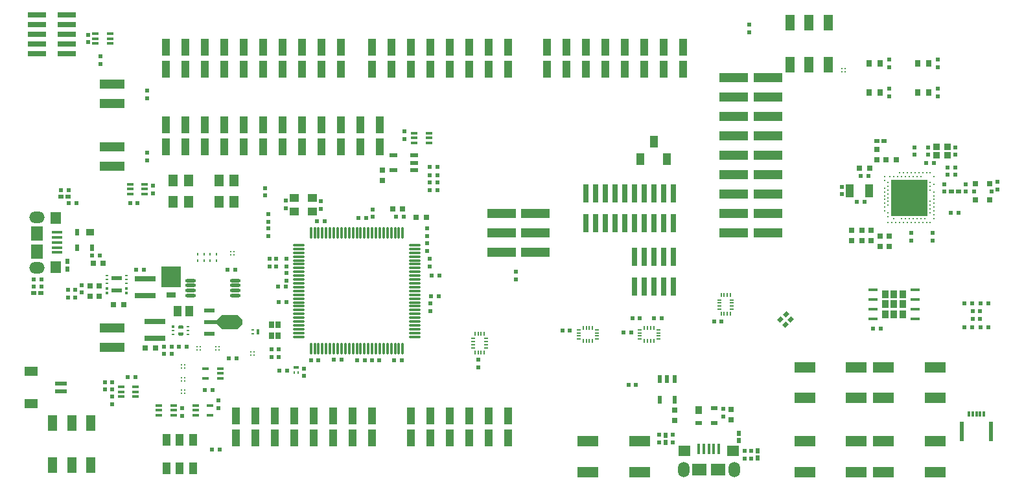
<source format=gtp>
G04 Layer_Color=8421504*
%FSLAX24Y24*%
%MOIN*%
G70*
G01*
G75*
%ADD14R,0.1909X0.1909*%
%ADD15R,0.0157X0.0532*%
%ADD16R,0.0748X0.0610*%
%ADD17R,0.0630X0.0551*%
%ADD18R,0.0472X0.0630*%
%ADD19R,0.0236X0.0217*%
G04:AMPARAMS|DCode=21|XSize=21.7mil|YSize=23.6mil|CornerRadius=0mil|HoleSize=0mil|Usage=FLASHONLY|Rotation=315.000|XOffset=0mil|YOffset=0mil|HoleType=Round|Shape=Rectangle|*
%AMROTATEDRECTD21*
4,1,4,-0.0160,-0.0007,0.0007,0.0160,0.0160,0.0007,-0.0007,-0.0160,-0.0160,-0.0007,0.0*
%
%ADD21ROTATEDRECTD21*%

%ADD22R,0.0315X0.0295*%
%ADD23R,0.0197X0.0236*%
%ADD25R,0.0098X0.0142*%
%ADD26R,0.0551X0.0236*%
%ADD27R,0.0669X0.0236*%
%ADD31R,0.0217X0.0236*%
%ADD32R,0.0354X0.0138*%
%ADD33R,0.0433X0.0551*%
%ADD34R,0.0295X0.0315*%
%ADD35R,0.0236X0.0197*%
%ADD36R,0.0315X0.0295*%
%ADD37R,0.0228X0.0197*%
%ADD38R,0.0256X0.0197*%
%ADD39R,0.0374X0.0335*%
%ADD40R,0.0157X0.0276*%
%ADD41R,0.0157X0.0098*%
%ADD43R,0.0532X0.0157*%
%ADD44R,0.0551X0.0630*%
%ADD45R,0.0610X0.0748*%
%ADD46O,0.0650X0.0118*%
%ADD47O,0.0118X0.0650*%
%ADD48R,0.0402X0.0862*%
%ADD49R,0.0472X0.0787*%
%ADD50R,0.0945X0.0299*%
%ADD51R,0.0299X0.0945*%
%ADD52R,0.0335X0.0236*%
%ADD53R,0.0335X0.0394*%
%ADD54R,0.0197X0.0256*%
%ADD55R,0.0138X0.0315*%
%ADD56R,0.0236X0.1024*%
%ADD57R,0.1083X0.0551*%
%ADD58R,0.0453X0.0177*%
%ADD62C,0.0098*%
%ADD63R,0.1000X0.1051*%
%ADD64R,0.0500X0.0300*%
%ADD65R,0.0394X0.0630*%
%ADD66R,0.1500X0.0500*%
%ADD67R,0.1252X0.0500*%
%ADD68R,0.0472X0.0433*%
%ADD69R,0.0256X0.0335*%
%ADD70R,0.1063X0.0315*%
%ADD71R,0.0394X0.0236*%
%ADD72O,0.0551X0.0177*%
%ADD73R,0.0236X0.0335*%
%ADD74R,0.0394X0.0335*%
%ADD75R,0.0610X0.0236*%
%ADD76R,0.0709X0.0472*%
%ADD77R,0.0394X0.0709*%
%ADD78R,0.0300X0.0320*%
%ADD79R,0.0236X0.0394*%
%ADD80R,0.0276X0.0157*%
%ADD81R,0.0098X0.0157*%
%ADD135O,0.0591X0.0787*%
%ADD136O,0.0787X0.0591*%
%ADD137R,0.0138X0.0098*%
%ADD138R,0.0138X0.0138*%
%ADD139R,0.0315X0.0118*%
%ADD140R,0.0197X0.0148*%
%ADD141R,0.0366X0.0445*%
%ADD142R,0.0138X0.0118*%
%ADD143R,0.0138X0.0098*%
%ADD144R,0.0551X0.0197*%
%ADD145C,0.0118*%
%ADD146R,0.0138X0.0059*%
%ADD147R,0.0138X0.0098*%
%ADD148R,0.0000X0.0236*%
%ADD149O,0.0240X0.0071*%
%ADD150O,0.0071X0.0240*%
%ADD151R,0.0108X0.0118*%
%ADD152R,0.0138X0.0059*%
G36*
X11334Y8518D02*
Y8282D01*
X11078Y8026D01*
X10291D01*
X10035Y8282D01*
Y8518D01*
X10291Y8774D01*
X11078D01*
X11334Y8518D01*
D02*
G37*
D14*
X45640Y14810D02*
D03*
D15*
X35326Y1854D02*
D03*
X35071D02*
D03*
X34815D02*
D03*
X35582D02*
D03*
X35838D02*
D03*
D16*
X34854Y800D02*
D03*
X35799D02*
D03*
D17*
X36586Y1765D02*
D03*
X34067D02*
D03*
D18*
X10925Y15711D02*
D03*
X10137D02*
D03*
X8563D02*
D03*
X10925Y14609D02*
D03*
X10137D02*
D03*
X7775D02*
D03*
X8563D02*
D03*
X7775Y15711D02*
D03*
D19*
X31787Y8580D02*
D03*
X31393D02*
D03*
X8073Y7120D02*
D03*
X8467Y7120D02*
D03*
X7697Y7120D02*
D03*
X7303D02*
D03*
X21377Y15600D02*
D03*
X20983D02*
D03*
X17627Y6440D02*
D03*
X17233D02*
D03*
X49705Y9370D02*
D03*
X49312D02*
D03*
X21483Y10800D02*
D03*
X21089D02*
D03*
X21377Y16390D02*
D03*
X20983D02*
D03*
X32503Y8580D02*
D03*
X32897D02*
D03*
X9783Y1820D02*
D03*
X10177D02*
D03*
X31587Y5150D02*
D03*
X31193Y5150D02*
D03*
X48885Y9370D02*
D03*
X48492D02*
D03*
X5563Y14540D02*
D03*
X5957D02*
D03*
X10653Y6540D02*
D03*
X11047Y6540D02*
D03*
X5453Y5570D02*
D03*
X5847D02*
D03*
X18387Y6440D02*
D03*
X17993D02*
D03*
X21377Y15960D02*
D03*
X20983D02*
D03*
X21377Y15180D02*
D03*
X20983D02*
D03*
X13637Y5880D02*
D03*
X13243D02*
D03*
X995Y10590D02*
D03*
X602D02*
D03*
D21*
X39271Y8260D02*
D03*
X39550Y8539D02*
D03*
X39017Y8515D02*
D03*
X39295Y8793D02*
D03*
D22*
X33560Y3856D02*
D03*
Y3324D02*
D03*
X43681Y13127D02*
D03*
Y12595D02*
D03*
X43967Y16769D02*
D03*
Y17300D02*
D03*
X42667Y13127D02*
D03*
Y12595D02*
D03*
X36466Y3375D02*
D03*
Y3906D02*
D03*
X43219Y13127D02*
D03*
Y12595D02*
D03*
X44144Y12841D02*
D03*
Y12310D02*
D03*
X44607Y12841D02*
D03*
Y12310D02*
D03*
X18530Y15694D02*
D03*
Y16226D02*
D03*
X3500Y9724D02*
D03*
Y10256D02*
D03*
X3970Y9724D02*
D03*
Y10256D02*
D03*
D23*
X32765Y2582D02*
D03*
Y2188D02*
D03*
X50187Y15631D02*
D03*
Y15238D02*
D03*
X45906Y17408D02*
D03*
Y17015D02*
D03*
X46831Y12989D02*
D03*
Y12595D02*
D03*
X48018Y17407D02*
D03*
Y17013D02*
D03*
X45738Y12989D02*
D03*
Y12595D02*
D03*
X46618Y17407D02*
D03*
Y17013D02*
D03*
X47432Y15509D02*
D03*
Y15115D02*
D03*
X13596Y10937D02*
D03*
Y10543D02*
D03*
X12726Y11657D02*
D03*
Y11263D02*
D03*
X13596Y11657D02*
D03*
Y11263D02*
D03*
X13566Y14667D02*
D03*
Y14273D02*
D03*
X23460Y6457D02*
D03*
Y6063D02*
D03*
X36076Y3543D02*
D03*
Y3937D02*
D03*
X37513Y1768D02*
D03*
Y1374D02*
D03*
X8250Y3573D02*
D03*
Y3967D02*
D03*
X10120Y4367D02*
D03*
Y3973D02*
D03*
X33463Y2587D02*
D03*
Y2193D02*
D03*
X15386Y14637D02*
D03*
Y14243D02*
D03*
X20836Y12467D02*
D03*
Y12073D02*
D03*
X20986Y11667D02*
D03*
Y11273D02*
D03*
X21016Y9357D02*
D03*
Y8963D02*
D03*
X18056Y14207D02*
D03*
Y13813D02*
D03*
X42184Y15374D02*
D03*
Y14980D02*
D03*
X48550Y15115D02*
D03*
Y15509D02*
D03*
X2380Y9663D02*
D03*
Y10057D02*
D03*
D25*
X10010Y11884D02*
D03*
Y11553D02*
D03*
X9370Y11884D02*
D03*
Y11553D02*
D03*
X9690Y11884D02*
D03*
Y11553D02*
D03*
X9050Y11884D02*
D03*
Y11553D02*
D03*
D26*
X9641Y8991D02*
D03*
Y7809D02*
D03*
D27*
X9700Y8400D02*
D03*
D31*
X6430Y20327D02*
D03*
Y19933D02*
D03*
X4630Y4557D02*
D03*
Y4163D02*
D03*
X25400Y10997D02*
D03*
Y10603D02*
D03*
X4050Y22087D02*
D03*
Y21693D02*
D03*
X13076Y11657D02*
D03*
Y11263D02*
D03*
X12660Y13214D02*
D03*
Y12820D02*
D03*
X12520Y15307D02*
D03*
Y14913D02*
D03*
X6740Y15427D02*
D03*
Y15033D02*
D03*
X48900Y8947D02*
D03*
Y8553D02*
D03*
X49290Y8947D02*
D03*
Y8553D02*
D03*
X44608Y21934D02*
D03*
Y21540D02*
D03*
X47098Y21934D02*
D03*
Y21540D02*
D03*
X44608Y20434D02*
D03*
Y20040D02*
D03*
X47118Y20434D02*
D03*
Y20040D02*
D03*
X37173Y1768D02*
D03*
Y1374D02*
D03*
X4289Y5307D02*
D03*
X4289Y4913D02*
D03*
X6430Y17136D02*
D03*
Y16742D02*
D03*
X4639Y5307D02*
D03*
Y4913D02*
D03*
X20836Y13237D02*
D03*
Y12843D02*
D03*
X12660Y13956D02*
D03*
Y13563D02*
D03*
X13203Y6987D02*
D03*
Y6593D02*
D03*
X12829Y6987D02*
D03*
Y6593D02*
D03*
X3410Y23207D02*
D03*
Y22813D02*
D03*
X37400Y23323D02*
D03*
Y23717D02*
D03*
X19683Y18217D02*
D03*
Y17823D02*
D03*
X14500Y5613D02*
D03*
Y6007D02*
D03*
X3090Y9913D02*
D03*
Y10307D02*
D03*
X2730Y10047D02*
D03*
Y9653D02*
D03*
D32*
X5854Y4810D02*
D03*
X5854Y5066D02*
D03*
Y4554D02*
D03*
X5106Y4554D02*
D03*
Y5066D02*
D03*
Y4810D02*
D03*
X8926Y4106D02*
D03*
Y3850D02*
D03*
Y3594D02*
D03*
X9674D02*
D03*
Y4106D02*
D03*
X7056Y4106D02*
D03*
Y3850D02*
D03*
Y3594D02*
D03*
X7804D02*
D03*
X7804Y3850D02*
D03*
X7804Y4106D02*
D03*
X5576Y15250D02*
D03*
Y14994D02*
D03*
Y15506D02*
D03*
X6324Y15250D02*
D03*
X6324Y14994D02*
D03*
Y15506D02*
D03*
X10204Y5494D02*
D03*
Y5750D02*
D03*
Y6006D02*
D03*
X9456D02*
D03*
Y5494D02*
D03*
X4534Y22754D02*
D03*
Y23010D02*
D03*
Y23266D02*
D03*
X3786D02*
D03*
Y23010D02*
D03*
Y22754D02*
D03*
X20927Y17624D02*
D03*
Y17880D02*
D03*
Y18136D02*
D03*
X20179D02*
D03*
X20179Y17880D02*
D03*
X20179Y17624D02*
D03*
D33*
X8605Y8970D02*
D03*
X8015D02*
D03*
D34*
X6886Y7070D02*
D03*
X6354Y7070D02*
D03*
X4192Y11440D02*
D03*
X3660D02*
D03*
X20816Y13810D02*
D03*
X20284D02*
D03*
X43622Y16317D02*
D03*
X43091D02*
D03*
X44981Y16769D02*
D03*
X44449D02*
D03*
X19592Y14230D02*
D03*
X19060D02*
D03*
X4694Y9280D02*
D03*
X5226D02*
D03*
D35*
X7707Y6760D02*
D03*
X7313D02*
D03*
X46910Y16601D02*
D03*
X46516D02*
D03*
X43331Y14587D02*
D03*
X42937D02*
D03*
X48002Y16355D02*
D03*
X47608D02*
D03*
X43538Y15927D02*
D03*
X43144D02*
D03*
X48160Y14023D02*
D03*
X47766D02*
D03*
X48002Y16011D02*
D03*
X47608D02*
D03*
X49697Y8137D02*
D03*
X49303D02*
D03*
X48877D02*
D03*
X48483D02*
D03*
X4013Y11840D02*
D03*
X3619D02*
D03*
X13613Y9420D02*
D03*
X13219D02*
D03*
X21443Y9740D02*
D03*
X21049D02*
D03*
X19527Y6430D02*
D03*
X19133D02*
D03*
X15253Y6440D02*
D03*
X14859D02*
D03*
X43773Y8050D02*
D03*
X44167D02*
D03*
X9797Y4880D02*
D03*
X9403D02*
D03*
X1999Y15197D02*
D03*
X2393D02*
D03*
X2817Y14520D02*
D03*
X2423D02*
D03*
X30953Y7860D02*
D03*
X31347D02*
D03*
X28187Y7950D02*
D03*
X27793D02*
D03*
X35593Y8430D02*
D03*
X35987D02*
D03*
X10573Y11100D02*
D03*
X10967D02*
D03*
X15573Y13580D02*
D03*
X15179D02*
D03*
X19633Y13830D02*
D03*
X19239D02*
D03*
X17693Y13750D02*
D03*
X17299D02*
D03*
X16437Y6450D02*
D03*
X16043D02*
D03*
X13583Y10220D02*
D03*
X13189D02*
D03*
X5873Y11100D02*
D03*
X6267D02*
D03*
X995Y10240D02*
D03*
X602D02*
D03*
D36*
X49043Y14711D02*
D03*
Y15518D02*
D03*
X49791D02*
D03*
Y14711D02*
D03*
D37*
X48960Y15115D02*
D03*
X49873D02*
D03*
D38*
X44341Y17714D02*
D03*
X43967D02*
D03*
X48179Y15112D02*
D03*
X47805D02*
D03*
X2386Y14856D02*
D03*
X2012D02*
D03*
X609Y9897D02*
D03*
X983D02*
D03*
D39*
X47603Y16983D02*
D03*
Y17436D02*
D03*
X47032D02*
D03*
Y16983D02*
D03*
D40*
X12148Y7890D02*
D03*
D41*
X11872Y7979D02*
D03*
Y7801D02*
D03*
D43*
X1818Y13012D02*
D03*
Y12500D02*
D03*
Y12756D02*
D03*
Y11988D02*
D03*
Y12244D02*
D03*
D44*
X1730Y13760D02*
D03*
Y11240D02*
D03*
D45*
X765Y12972D02*
D03*
Y12028D02*
D03*
D46*
X20208Y11575D02*
D03*
Y11772D02*
D03*
Y11181D02*
D03*
Y11378D02*
D03*
Y12362D02*
D03*
Y11968D02*
D03*
Y12165D02*
D03*
Y10197D02*
D03*
Y10394D02*
D03*
Y9803D02*
D03*
Y10000D02*
D03*
Y10787D02*
D03*
Y10984D02*
D03*
Y10591D02*
D03*
Y9409D02*
D03*
Y9606D02*
D03*
Y9016D02*
D03*
Y9213D02*
D03*
Y8819D02*
D03*
Y8425D02*
D03*
Y8622D02*
D03*
Y8031D02*
D03*
Y8228D02*
D03*
Y7638D02*
D03*
Y7835D02*
D03*
X14244Y12362D02*
D03*
Y11181D02*
D03*
Y11378D02*
D03*
Y10787D02*
D03*
Y10984D02*
D03*
Y11968D02*
D03*
Y12165D02*
D03*
Y11575D02*
D03*
Y11772D02*
D03*
Y9803D02*
D03*
Y10000D02*
D03*
Y9409D02*
D03*
Y9606D02*
D03*
Y10394D02*
D03*
Y10591D02*
D03*
Y10197D02*
D03*
Y8622D02*
D03*
Y9213D02*
D03*
Y8819D02*
D03*
Y9016D02*
D03*
Y8228D02*
D03*
Y8425D02*
D03*
Y7835D02*
D03*
Y8031D02*
D03*
Y7638D02*
D03*
D47*
X19588Y12982D02*
D03*
X18998D02*
D03*
X18801D02*
D03*
X19391D02*
D03*
X19195D02*
D03*
X18210D02*
D03*
X18013D02*
D03*
X18604D02*
D03*
X18407D02*
D03*
X17817D02*
D03*
X17620D02*
D03*
X17423D02*
D03*
X17226D02*
D03*
X17029D02*
D03*
X19588Y7018D02*
D03*
X17620D02*
D03*
X17423D02*
D03*
X18013D02*
D03*
X17817D02*
D03*
X17029D02*
D03*
X16832D02*
D03*
X17226D02*
D03*
X18998D02*
D03*
X18801D02*
D03*
X19391D02*
D03*
X19195D02*
D03*
X18407D02*
D03*
X18210D02*
D03*
X18604D02*
D03*
X16439Y12982D02*
D03*
X16242D02*
D03*
X16832D02*
D03*
X16636D02*
D03*
X15061D02*
D03*
X16045D02*
D03*
X15848D02*
D03*
X15258D02*
D03*
X14864D02*
D03*
X15651D02*
D03*
X15454D02*
D03*
X16242Y7018D02*
D03*
X16045D02*
D03*
X16636D02*
D03*
X16439D02*
D03*
X15454D02*
D03*
X15258D02*
D03*
X15848D02*
D03*
X15651D02*
D03*
X15061D02*
D03*
X14864D02*
D03*
D48*
X16400Y22577D02*
D03*
X13400D02*
D03*
X12400D02*
D03*
X15400D02*
D03*
X14400D02*
D03*
X16400Y21423D02*
D03*
X15400D02*
D03*
X12400D02*
D03*
X14400Y21423D02*
D03*
X13400D02*
D03*
X10400Y22577D02*
D03*
X11400D02*
D03*
X9400D02*
D03*
X8400D02*
D03*
X7400D02*
D03*
X11400Y21423D02*
D03*
X10400D02*
D03*
X9400D02*
D03*
X8400Y21423D02*
D03*
X7400D02*
D03*
X25000Y22577D02*
D03*
X23000D02*
D03*
X22000D02*
D03*
X24000D02*
D03*
X25000Y21423D02*
D03*
X23000D02*
D03*
X22000D02*
D03*
X24000D02*
D03*
X19000Y22577D02*
D03*
X18000D02*
D03*
X21000D02*
D03*
X20000D02*
D03*
X20000Y21423D02*
D03*
X21000Y21423D02*
D03*
X19000D02*
D03*
X18000D02*
D03*
X34000Y22577D02*
D03*
X32000D02*
D03*
X31000D02*
D03*
X33000D02*
D03*
X34000Y21423D02*
D03*
X32000D02*
D03*
X31000D02*
D03*
X33000D02*
D03*
X28000Y22577D02*
D03*
X27000D02*
D03*
X30000D02*
D03*
X29000D02*
D03*
X29000Y21423D02*
D03*
X30000Y21423D02*
D03*
X28000D02*
D03*
X27000D02*
D03*
X18000Y3577D02*
D03*
X17000D02*
D03*
X16000Y3577D02*
D03*
X13000Y3577D02*
D03*
X12000D02*
D03*
X15000D02*
D03*
X14000D02*
D03*
X18000Y2423D02*
D03*
X17000D02*
D03*
X16000D02*
D03*
X14000D02*
D03*
X13000D02*
D03*
X15000D02*
D03*
X11000Y3577D02*
D03*
X12000Y2423D02*
D03*
X11000D02*
D03*
X25000Y3577D02*
D03*
X24000D02*
D03*
X22000D02*
D03*
X21000D02*
D03*
X23000D02*
D03*
X25000Y2423D02*
D03*
X24000D02*
D03*
X22000D02*
D03*
X21000D02*
D03*
X23000D02*
D03*
X20000Y3577D02*
D03*
Y2423D02*
D03*
X17400Y18577D02*
D03*
X16400D02*
D03*
X18400D02*
D03*
X13400D02*
D03*
X12400D02*
D03*
X15400D02*
D03*
X14400D02*
D03*
X16400Y17423D02*
D03*
X15400D02*
D03*
X18400D02*
D03*
X17400D02*
D03*
X12400D02*
D03*
X11400D02*
D03*
X14400D02*
D03*
X13400D02*
D03*
X10400Y18577D02*
D03*
X9400D02*
D03*
X11400D02*
D03*
X8400D02*
D03*
X7400D02*
D03*
X9400Y17423D02*
D03*
X10400D02*
D03*
X7400D02*
D03*
X8400D02*
D03*
D49*
X3554Y3193D02*
D03*
X1586D02*
D03*
X2570D02*
D03*
Y1027D02*
D03*
X1586D02*
D03*
X3554D02*
D03*
X39506Y23813D02*
D03*
X41474D02*
D03*
X40490D02*
D03*
Y21647D02*
D03*
X41474D02*
D03*
X39506D02*
D03*
D50*
X2298Y22740D02*
D03*
Y23240D02*
D03*
Y24240D02*
D03*
Y23740D02*
D03*
Y22240D02*
D03*
X762Y24240D02*
D03*
Y23740D02*
D03*
Y23240D02*
D03*
Y22740D02*
D03*
Y22240D02*
D03*
D51*
X33500Y15018D02*
D03*
X33000D02*
D03*
X32000D02*
D03*
X31500D02*
D03*
X32500D02*
D03*
X33500Y13482D02*
D03*
X33000D02*
D03*
X32000D02*
D03*
X31500D02*
D03*
X32500D02*
D03*
X31000Y15018D02*
D03*
Y13482D02*
D03*
X30500Y15018D02*
D03*
X29500D02*
D03*
X29000D02*
D03*
X30000D02*
D03*
X30500Y13482D02*
D03*
X30000D02*
D03*
X29000D02*
D03*
X29500D02*
D03*
X33500Y11768D02*
D03*
X33000D02*
D03*
X33500Y10232D02*
D03*
X32500D02*
D03*
X33000D02*
D03*
X32500Y11768D02*
D03*
X31500D02*
D03*
X32000D02*
D03*
Y10232D02*
D03*
X31500D02*
D03*
D52*
X35611Y3945D02*
D03*
Y3197D02*
D03*
X34804D02*
D03*
D53*
Y3866D02*
D03*
D54*
X33113Y2577D02*
D03*
Y2203D02*
D03*
X36886Y2657D02*
D03*
Y2283D02*
D03*
X37843Y1758D02*
D03*
Y1384D02*
D03*
X2336Y11143D02*
D03*
Y11517D02*
D03*
D55*
X49487Y3673D02*
D03*
X48897D02*
D03*
X49290D02*
D03*
X49094D02*
D03*
X48700D02*
D03*
D56*
X49842Y2767D02*
D03*
X48346D02*
D03*
D57*
X31759Y2245D02*
D03*
Y670D02*
D03*
X29101Y2245D02*
D03*
Y670D02*
D03*
X42924Y2245D02*
D03*
Y670D02*
D03*
X40267Y2245D02*
D03*
Y670D02*
D03*
X46964Y2245D02*
D03*
Y670D02*
D03*
X44307Y2245D02*
D03*
Y670D02*
D03*
X46964Y6075D02*
D03*
Y4500D02*
D03*
X44307D02*
D03*
Y6075D02*
D03*
X42924D02*
D03*
Y4500D02*
D03*
X40267D02*
D03*
Y6075D02*
D03*
D58*
X45941Y8570D02*
D03*
Y9070D02*
D03*
Y9570D02*
D03*
Y10070D02*
D03*
X43759Y8570D02*
D03*
Y9070D02*
D03*
Y9570D02*
D03*
Y10070D02*
D03*
D62*
X8201Y6179D02*
D03*
X8359D02*
D03*
X8201Y6021D02*
D03*
X8359D02*
D03*
X8201Y5529D02*
D03*
X8359D02*
D03*
X8201Y5371D02*
D03*
X8359D02*
D03*
X8201Y4879D02*
D03*
X8359D02*
D03*
X8201Y4721D02*
D03*
X8359D02*
D03*
X11937Y6687D02*
D03*
X11779D02*
D03*
X11937Y6845D02*
D03*
X11779D02*
D03*
X10149Y6961D02*
D03*
X9991D02*
D03*
X10149Y7119D02*
D03*
X9991D02*
D03*
X9159Y6961D02*
D03*
X9001D02*
D03*
X9159Y7119D02*
D03*
X9001D02*
D03*
X42349Y21311D02*
D03*
X42191D02*
D03*
X42349Y21469D02*
D03*
X42191D02*
D03*
X10899Y12029D02*
D03*
Y11871D02*
D03*
X10741Y12029D02*
D03*
Y11871D02*
D03*
D63*
X7680Y10736D02*
D03*
D64*
Y9810D02*
D03*
D65*
X8809Y872D02*
D03*
X8120Y872D02*
D03*
X7431Y872D02*
D03*
Y2328D02*
D03*
X8120Y2328D02*
D03*
X8809Y2328D02*
D03*
X32500Y17703D02*
D03*
X31811Y16797D02*
D03*
X33189D02*
D03*
D66*
X38375Y18000D02*
D03*
Y19000D02*
D03*
Y17000D02*
D03*
Y21000D02*
D03*
Y20000D02*
D03*
Y15000D02*
D03*
Y16000D02*
D03*
Y14000D02*
D03*
Y13000D02*
D03*
X36625Y18000D02*
D03*
Y19000D02*
D03*
Y17000D02*
D03*
Y21000D02*
D03*
Y20000D02*
D03*
Y16000D02*
D03*
Y15000D02*
D03*
Y14000D02*
D03*
Y13000D02*
D03*
X26425D02*
D03*
Y14000D02*
D03*
Y12000D02*
D03*
X24675Y14000D02*
D03*
Y13000D02*
D03*
Y12000D02*
D03*
D67*
X4650Y8090D02*
D03*
Y7090D02*
D03*
Y17429D02*
D03*
Y16429D02*
D03*
Y20657D02*
D03*
Y19657D02*
D03*
D68*
X14946Y14109D02*
D03*
Y14811D02*
D03*
X14006Y14109D02*
D03*
Y14811D02*
D03*
D69*
X13183Y8275D02*
D03*
Y7705D02*
D03*
X12849D02*
D03*
Y8275D02*
D03*
D70*
X6850Y7547D02*
D03*
Y8413D02*
D03*
X6340Y9777D02*
D03*
Y10643D02*
D03*
D71*
X19099Y16236D02*
D03*
Y16984D02*
D03*
X20161D02*
D03*
X20161Y16610D02*
D03*
X20161Y16236D02*
D03*
D72*
X10981Y10278D02*
D03*
Y10534D02*
D03*
Y10022D02*
D03*
Y9766D02*
D03*
X8659Y10278D02*
D03*
Y10534D02*
D03*
Y10022D02*
D03*
Y9766D02*
D03*
D73*
X3600Y12226D02*
D03*
X2852D02*
D03*
Y13034D02*
D03*
D74*
X3521D02*
D03*
D75*
X2010Y5227D02*
D03*
Y4833D02*
D03*
D76*
X484Y5857D02*
D03*
Y4203D02*
D03*
D77*
X42592Y15167D02*
D03*
X43576D02*
D03*
D78*
X43583Y21727D02*
D03*
X44133D02*
D03*
X46083D02*
D03*
X46633D02*
D03*
X43583Y20227D02*
D03*
X44133D02*
D03*
X46083D02*
D03*
X46633D02*
D03*
D79*
X33564Y4408D02*
D03*
X32816D02*
D03*
Y5472D02*
D03*
X33190Y5471D02*
D03*
X33564Y5472D02*
D03*
D80*
X14110Y6058D02*
D03*
D81*
X14021Y5782D02*
D03*
X14199D02*
D03*
D135*
X34027Y800D02*
D03*
X36626D02*
D03*
D136*
X765Y13799D02*
D03*
Y11201D02*
D03*
D137*
X8544Y8157D02*
D03*
Y7960D02*
D03*
Y7763D02*
D03*
X7776D02*
D03*
Y7960D02*
D03*
D138*
Y8177D02*
D03*
D139*
X8160Y7783D02*
D03*
X8160Y8137D02*
D03*
D140*
X8160Y7758D02*
D03*
Y8162D02*
D03*
D141*
X45295Y8796D02*
D03*
Y9320D02*
D03*
Y9844D02*
D03*
X44850Y8796D02*
D03*
Y9320D02*
D03*
Y9844D02*
D03*
X44405Y8796D02*
D03*
Y9320D02*
D03*
Y9844D02*
D03*
D142*
X4360Y10143D02*
D03*
X4360Y9887D02*
D03*
X5360Y9887D02*
D03*
X5360Y10143D02*
D03*
D143*
X4360Y10399D02*
D03*
Y10596D02*
D03*
Y10793D02*
D03*
X5360Y10399D02*
D03*
X5360Y10793D02*
D03*
Y10596D02*
D03*
D144*
X4860Y10025D02*
D03*
X4860Y10655D02*
D03*
D145*
X46526Y16090D02*
D03*
X45148D02*
D03*
X45345D02*
D03*
X45542D02*
D03*
X45738D02*
D03*
X45935D02*
D03*
X46132D02*
D03*
X46329D02*
D03*
X46723D02*
D03*
X44360Y15893D02*
D03*
X44656D02*
D03*
X44853D02*
D03*
X45049D02*
D03*
X45246D02*
D03*
X45443D02*
D03*
X45640D02*
D03*
X45837D02*
D03*
X46034D02*
D03*
X46231D02*
D03*
X46920D02*
D03*
X46723Y15597D02*
D03*
X44360Y15696D02*
D03*
X44557Y15597D02*
D03*
X46920Y15499D02*
D03*
X44557Y15401D02*
D03*
X46723D02*
D03*
X44360Y15302D02*
D03*
X44557Y15204D02*
D03*
X46723D02*
D03*
X44360Y15105D02*
D03*
X46920D02*
D03*
X44557Y15007D02*
D03*
X44360Y14908D02*
D03*
X46920D02*
D03*
X44557Y14810D02*
D03*
X44360Y14712D02*
D03*
X46920D02*
D03*
X44557Y14613D02*
D03*
X46723D02*
D03*
X44360Y14515D02*
D03*
X46920D02*
D03*
X44557Y14416D02*
D03*
X46723D02*
D03*
X44360Y14318D02*
D03*
X46920D02*
D03*
X46723Y14219D02*
D03*
X44360Y14121D02*
D03*
X46920D02*
D03*
X44557Y14023D02*
D03*
X46723D02*
D03*
X46920Y13924D02*
D03*
X44557Y13826D02*
D03*
X44853Y13727D02*
D03*
X45246D02*
D03*
X45443D02*
D03*
X45640D02*
D03*
X45837D02*
D03*
X46034D02*
D03*
X46231D02*
D03*
X46427D02*
D03*
X46920D02*
D03*
X44557Y13530D02*
D03*
X44754D02*
D03*
X44951D02*
D03*
X45148D02*
D03*
X45345D02*
D03*
X45542D02*
D03*
X45738D02*
D03*
X45935D02*
D03*
X46132D02*
D03*
X46329D02*
D03*
X46526D02*
D03*
X46723D02*
D03*
D146*
X8544Y8157D02*
D03*
Y7960D02*
D03*
Y7763D02*
D03*
X7776D02*
D03*
Y7960D02*
D03*
D147*
Y8177D02*
D03*
D148*
X44850Y9320D02*
D03*
D149*
X29592Y7996D02*
D03*
Y7681D02*
D03*
Y7839D02*
D03*
Y7524D02*
D03*
X28628D02*
D03*
Y7996D02*
D03*
Y7681D02*
D03*
Y7839D02*
D03*
X31778D02*
D03*
Y7996D02*
D03*
Y7681D02*
D03*
X32742Y7839D02*
D03*
Y7996D02*
D03*
Y7681D02*
D03*
Y7524D02*
D03*
X31778D02*
D03*
X23865Y7546D02*
D03*
Y7389D02*
D03*
Y7074D02*
D03*
Y7231D02*
D03*
X23215Y7546D02*
D03*
X23215Y7231D02*
D03*
X23215Y7389D02*
D03*
Y7074D02*
D03*
X35875Y9064D02*
D03*
Y9379D02*
D03*
Y9221D02*
D03*
Y9536D02*
D03*
X36525Y9221D02*
D03*
Y9064D02*
D03*
Y9379D02*
D03*
X36525Y9536D02*
D03*
D150*
X29189Y8085D02*
D03*
X29346D02*
D03*
X29031D02*
D03*
X29189Y7435D02*
D03*
X29346D02*
D03*
X29031D02*
D03*
X28874D02*
D03*
Y8085D02*
D03*
X32024D02*
D03*
X32339D02*
D03*
X32181D02*
D03*
X32496D02*
D03*
X32181Y7435D02*
D03*
X32024D02*
D03*
X32339D02*
D03*
X32496Y7435D02*
D03*
X23619Y7792D02*
D03*
X23776Y7792D02*
D03*
X23461Y7792D02*
D03*
X23776Y6828D02*
D03*
X23619D02*
D03*
X23461D02*
D03*
X23304Y7792D02*
D03*
Y6828D02*
D03*
X36121Y8818D02*
D03*
X35964D02*
D03*
X36279D02*
D03*
X36121Y9782D02*
D03*
X35964D02*
D03*
X36279D02*
D03*
X36436D02*
D03*
Y8818D02*
D03*
D151*
X4360Y10143D02*
D03*
X4360Y9887D02*
D03*
X5360Y10143D02*
D03*
X5360Y9887D02*
D03*
D152*
X4360Y10399D02*
D03*
Y10596D02*
D03*
Y10793D02*
D03*
X5360Y10399D02*
D03*
Y10793D02*
D03*
Y10596D02*
D03*
M02*

</source>
